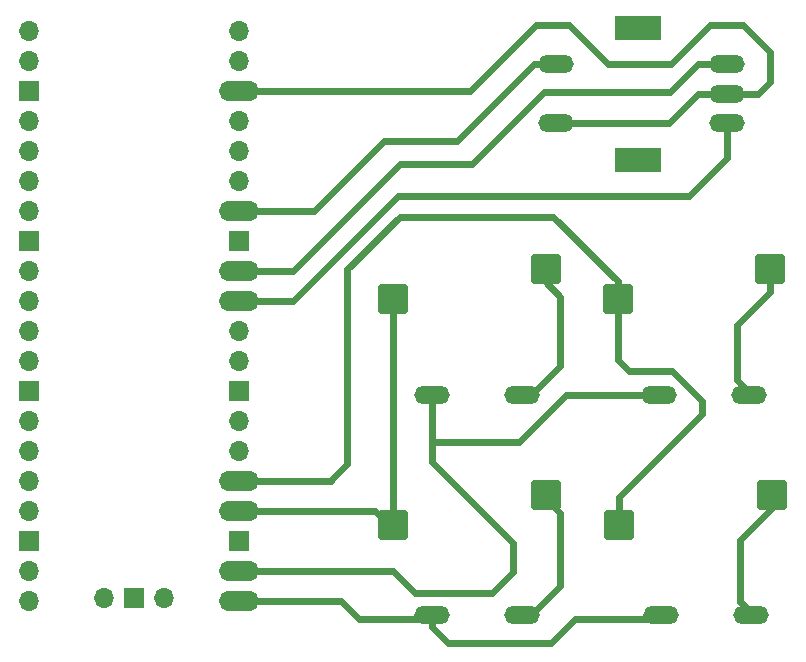
<source format=gbr>
%TF.GenerationSoftware,KiCad,Pcbnew,9.0.2*%
%TF.CreationDate,2025-11-16T09:52:10+01:00*%
%TF.ProjectId,test-stef_8_inter,74657374-2d73-4746-9566-5f385f696e74,rev?*%
%TF.SameCoordinates,Original*%
%TF.FileFunction,Copper,L2,Bot*%
%TF.FilePolarity,Positive*%
%FSLAX46Y46*%
G04 Gerber Fmt 4.6, Leading zero omitted, Abs format (unit mm)*
G04 Created by KiCad (PCBNEW 9.0.2) date 2025-11-16 09:52:10*
%MOMM*%
%LPD*%
G01*
G04 APERTURE LIST*
G04 Aperture macros list*
%AMRoundRect*
0 Rectangle with rounded corners*
0 $1 Rounding radius*
0 $2 $3 $4 $5 $6 $7 $8 $9 X,Y pos of 4 corners*
0 Add a 4 corners polygon primitive as box body*
4,1,4,$2,$3,$4,$5,$6,$7,$8,$9,$2,$3,0*
0 Add four circle primitives for the rounded corners*
1,1,$1+$1,$2,$3*
1,1,$1+$1,$4,$5*
1,1,$1+$1,$6,$7*
1,1,$1+$1,$8,$9*
0 Add four rect primitives between the rounded corners*
20,1,$1+$1,$2,$3,$4,$5,0*
20,1,$1+$1,$4,$5,$6,$7,0*
20,1,$1+$1,$6,$7,$8,$9,0*
20,1,$1+$1,$8,$9,$2,$3,0*%
G04 Aperture macros list end*
%TA.AperFunction,ComponentPad*%
%ADD10O,3.000000X1.500000*%
%TD*%
%TA.AperFunction,ComponentPad*%
%ADD11R,4.000000X2.000000*%
%TD*%
%TA.AperFunction,ComponentPad*%
%ADD12R,4.000000X2.100000*%
%TD*%
%TA.AperFunction,SMDPad,CuDef*%
%ADD13RoundRect,0.250000X-1.025000X-1.000000X1.025000X-1.000000X1.025000X1.000000X-1.025000X1.000000X0*%
%TD*%
%TA.AperFunction,ComponentPad*%
%ADD14O,1.700000X1.700000*%
%TD*%
%TA.AperFunction,ComponentPad*%
%ADD15R,1.700000X1.700000*%
%TD*%
%TA.AperFunction,ComponentPad*%
%ADD16O,3.400000X1.700000*%
%TD*%
%TA.AperFunction,Conductor*%
%ADD17C,0.600000*%
%TD*%
%TA.AperFunction,Conductor*%
%ADD18C,0.200000*%
%TD*%
G04 APERTURE END LIST*
D10*
%TO.P,SW3,A,A*%
%TO.N,Net-(U1-GPIO26_ADC0)*%
X189618000Y-80998000D03*
%TO.P,SW3,B,B*%
%TO.N,Net-(U1-GPIO27_ADC1)*%
X189618000Y-75998000D03*
%TO.P,SW3,C,C*%
%TO.N,Net-(SW3-PadC)*%
X189618000Y-78498000D03*
D11*
%TO.P,SW3,MP,MP*%
%TO.N,unconnected-(SW3-PadMP)*%
X182118000Y-84098000D03*
D12*
X182118000Y-72948000D03*
D10*
%TO.P,SW3,S1,S1*%
%TO.N,Net-(U1-GPIO28_ADC2)*%
X175118000Y-75998000D03*
%TO.P,SW3,S2,S2*%
%TO.N,Net-(SW3-PadC)*%
X175118000Y-80998000D03*
%TD*%
D13*
%TO.P,SW5,1,1*%
%TO.N,Net-(U1-GPIO19)*%
X180502000Y-115040000D03*
%TO.P,SW5,2,2*%
%TO.N,Net-(D5-A)*%
X193429000Y-112500000D03*
%TD*%
%TO.P,SW1,1,1*%
%TO.N,Net-(U1-GPIO18)*%
X161375000Y-95885000D03*
%TO.P,SW1,2,2*%
%TO.N,Net-(D1-A)*%
X174302000Y-93345000D03*
%TD*%
D14*
%TO.P,U1,1,GPIO0*%
%TO.N,unconnected-(U1-GPIO0-Pad1)*%
X130556000Y-73152000D03*
%TO.P,U1,2,GPIO1*%
%TO.N,unconnected-(U1-GPIO1-Pad2)*%
X130556000Y-75692000D03*
D15*
%TO.P,U1,3,GND*%
%TO.N,unconnected-(U1-GND-Pad3)*%
X130556000Y-78232000D03*
D14*
%TO.P,U1,4,GPIO2*%
%TO.N,unconnected-(U1-GPIO2-Pad4)*%
X130556000Y-80772000D03*
%TO.P,U1,5,GPIO3*%
%TO.N,unconnected-(U1-GPIO3-Pad5)*%
X130556000Y-83312000D03*
%TO.P,U1,6,GPIO4*%
%TO.N,unconnected-(U1-GPIO4-Pad6)*%
X130556000Y-85852000D03*
%TO.P,U1,7,GPIO5*%
%TO.N,unconnected-(U1-GPIO5-Pad7)*%
X130556000Y-88392000D03*
D15*
%TO.P,U1,8,GND*%
%TO.N,unconnected-(U1-GND-Pad8)*%
X130556000Y-90932000D03*
D14*
%TO.P,U1,9,GPIO6*%
%TO.N,unconnected-(U1-GPIO6-Pad9)*%
X130556000Y-93472000D03*
%TO.P,U1,10,GPIO7*%
%TO.N,unconnected-(U1-GPIO7-Pad10)*%
X130556000Y-96012000D03*
%TO.P,U1,11,GPIO8*%
%TO.N,unconnected-(U1-GPIO8-Pad11)*%
X130556000Y-98552000D03*
%TO.P,U1,12,GPIO9*%
%TO.N,unconnected-(U1-GPIO9-Pad12)*%
X130556000Y-101092000D03*
D15*
%TO.P,U1,13,GND*%
%TO.N,unconnected-(U1-GND-Pad13)*%
X130556000Y-103632000D03*
D14*
%TO.P,U1,14,GPIO10*%
%TO.N,unconnected-(U1-GPIO10-Pad14)*%
X130556000Y-106172000D03*
%TO.P,U1,15,GPIO11*%
%TO.N,unconnected-(U1-GPIO11-Pad15)*%
X130556000Y-108712000D03*
%TO.P,U1,16,GPIO12*%
%TO.N,unconnected-(U1-GPIO12-Pad16)*%
X130556000Y-111252000D03*
%TO.P,U1,17,GPIO13*%
%TO.N,unconnected-(U1-GPIO13-Pad17)*%
X130556000Y-113792000D03*
D15*
%TO.P,U1,18,GND*%
%TO.N,unconnected-(U1-GND-Pad18)*%
X130556000Y-116332000D03*
D14*
%TO.P,U1,19,GPIO14*%
%TO.N,unconnected-(U1-GPIO14-Pad19)*%
X130556000Y-118872000D03*
%TO.P,U1,20,GPIO15*%
%TO.N,unconnected-(U1-GPIO15-Pad20)*%
X130556000Y-121412000D03*
D16*
%TO.P,U1,21,GPIO16*%
%TO.N,Net-(D4-K)*%
X148336000Y-121412000D03*
%TO.P,U1,22,GPIO17*%
%TO.N,Net-(D1-K)*%
X148336000Y-118872000D03*
D15*
%TO.P,U1,23,GND*%
%TO.N,unconnected-(U1-GND-Pad23)*%
X148336000Y-116332000D03*
D16*
%TO.P,U1,24,GPIO18*%
%TO.N,Net-(U1-GPIO18)*%
X148336000Y-113792000D03*
%TO.P,U1,25,GPIO19*%
%TO.N,Net-(U1-GPIO19)*%
X148336000Y-111252000D03*
D14*
%TO.P,U1,26,GPIO20*%
%TO.N,unconnected-(U1-GPIO20-Pad26)*%
X148336000Y-108712000D03*
%TO.P,U1,27,GPIO21*%
%TO.N,unconnected-(U1-GPIO21-Pad27)*%
X148336000Y-106172000D03*
D15*
%TO.P,U1,28,GND*%
%TO.N,unconnected-(U1-GND-Pad28)*%
X148336000Y-103632000D03*
D14*
%TO.P,U1,29,GPIO22*%
%TO.N,unconnected-(U1-GPIO22-Pad29)*%
X148336000Y-101092000D03*
%TO.P,U1,30,RUN*%
%TO.N,unconnected-(U1-RUN-Pad30)*%
X148336000Y-98552000D03*
D16*
%TO.P,U1,31,GPIO26_ADC0*%
%TO.N,Net-(U1-GPIO26_ADC0)*%
X148336000Y-96012000D03*
%TO.P,U1,32,GPIO27_ADC1*%
%TO.N,Net-(U1-GPIO27_ADC1)*%
X148336000Y-93472000D03*
D15*
%TO.P,U1,33,AGND*%
%TO.N,unconnected-(U1-AGND-Pad33)*%
X148336000Y-90932000D03*
D16*
%TO.P,U1,34,GPIO28_ADC2*%
%TO.N,Net-(U1-GPIO28_ADC2)*%
X148336000Y-88392000D03*
D14*
%TO.P,U1,35,ADC_VREF*%
%TO.N,unconnected-(U1-ADC_VREF-Pad35)*%
X148336000Y-85852000D03*
%TO.P,U1,36,3V3*%
%TO.N,unconnected-(U1-3V3-Pad36)*%
X148336000Y-83312000D03*
%TO.P,U1,37,3V3_EN*%
%TO.N,unconnected-(U1-3V3_EN-Pad37)*%
X148336000Y-80772000D03*
D16*
%TO.P,U1,38,GND*%
%TO.N,Net-(SW3-PadC)*%
X148336000Y-78232000D03*
D14*
%TO.P,U1,39,VSYS*%
%TO.N,unconnected-(U1-VSYS-Pad39)*%
X148336000Y-75692000D03*
%TO.P,U1,40,VBUS*%
%TO.N,unconnected-(U1-VBUS-Pad40)*%
X148336000Y-73152000D03*
%TO.P,U1,41,SWCLK*%
%TO.N,unconnected-(U1-SWCLK-Pad41)*%
X136906000Y-121182000D03*
D15*
%TO.P,U1,42,GND*%
%TO.N,unconnected-(U1-GND-Pad42)*%
X139446000Y-121182000D03*
D14*
%TO.P,U1,43,SWDIO*%
%TO.N,unconnected-(U1-SWDIO-Pad43)*%
X141986000Y-121182000D03*
%TD*%
D10*
%TO.P,D5,1,K*%
%TO.N,Net-(D4-K)*%
X184031000Y-122660000D03*
%TO.P,D5,2,A*%
%TO.N,Net-(D5-A)*%
X191651000Y-122660000D03*
%TD*%
%TO.P,D1,1,K*%
%TO.N,Net-(D1-K)*%
X164650000Y-103985000D03*
%TO.P,D1,2,A*%
%TO.N,Net-(D1-A)*%
X172270000Y-103985000D03*
%TD*%
D13*
%TO.P,SW2,1,1*%
%TO.N,Net-(U1-GPIO19)*%
X180375000Y-95885000D03*
%TO.P,SW2,2,2*%
%TO.N,Net-(D2-A)*%
X193302000Y-93345000D03*
%TD*%
D10*
%TO.P,D4,1,K*%
%TO.N,Net-(D4-K)*%
X164650000Y-122660000D03*
%TO.P,D4,2,A*%
%TO.N,Net-(D4-A)*%
X172270000Y-122660000D03*
%TD*%
%TO.P,D2,1,K*%
%TO.N,Net-(D1-K)*%
X183904000Y-103985000D03*
%TO.P,D2,2,A*%
%TO.N,Net-(D2-A)*%
X191524000Y-103985000D03*
%TD*%
D13*
%TO.P,SW4,1,1*%
%TO.N,Net-(U1-GPIO18)*%
X161375000Y-115040000D03*
%TO.P,SW4,2,2*%
%TO.N,Net-(D4-A)*%
X174302000Y-112500000D03*
%TD*%
D17*
%TO.N,Net-(U1-GPIO26_ADC0)*%
X152908000Y-96012000D02*
X148336000Y-96012000D01*
X186436000Y-87122000D02*
X161798000Y-87122000D01*
X189618000Y-83940000D02*
X186436000Y-87122000D01*
X189618000Y-80998000D02*
X189618000Y-83940000D01*
X161798000Y-87122000D02*
X152908000Y-96012000D01*
%TO.N,Net-(SW3-PadC)*%
X192266000Y-78498000D02*
X189618000Y-78498000D01*
X193294000Y-77470000D02*
X192266000Y-78498000D01*
X193294000Y-74930000D02*
X193294000Y-77470000D01*
X188214000Y-72644000D02*
X191008000Y-72644000D01*
X179578000Y-75946000D02*
X184912000Y-75946000D01*
X184912000Y-75946000D02*
X188214000Y-72644000D01*
X176276000Y-72644000D02*
X179578000Y-75946000D01*
X173482000Y-72644000D02*
X176276000Y-72644000D01*
X191008000Y-72644000D02*
X193294000Y-74930000D01*
X148336000Y-78232000D02*
X167894000Y-78232000D01*
X167894000Y-78232000D02*
X173482000Y-72644000D01*
%TO.N,Net-(U1-GPIO27_ADC1)*%
X187146000Y-75998000D02*
X189618000Y-75998000D01*
X184785000Y-78359000D02*
X187146000Y-75998000D01*
X174117000Y-78359000D02*
X184785000Y-78359000D01*
X168021000Y-84455000D02*
X174117000Y-78359000D01*
X161925000Y-84455000D02*
X168021000Y-84455000D01*
X148336000Y-93472000D02*
X152908000Y-93472000D01*
X152908000Y-93472000D02*
X161925000Y-84455000D01*
%TO.N,Net-(SW3-PadC)*%
X187186000Y-78498000D02*
X189618000Y-78498000D01*
X184686000Y-80998000D02*
X187186000Y-78498000D01*
X183106000Y-80998000D02*
X184686000Y-80998000D01*
X175118000Y-80998000D02*
X183106000Y-80998000D01*
%TO.N,Net-(U1-GPIO28_ADC2)*%
X166769185Y-82481327D02*
X173252512Y-75998000D01*
X160596673Y-82481327D02*
X166769185Y-82481327D01*
X154686000Y-88392000D02*
X160596673Y-82481327D01*
X148336000Y-88392000D02*
X154686000Y-88392000D01*
X173252512Y-75998000D02*
X175118000Y-75998000D01*
%TO.N,Net-(D1-A)*%
X173015000Y-103985000D02*
X175500000Y-101500000D01*
X175500000Y-101500000D02*
X175500000Y-95658000D01*
X175500000Y-95658000D02*
X174302000Y-94460000D01*
X172270000Y-103985000D02*
X173015000Y-103985000D01*
%TO.N,Net-(U1-GPIO18)*%
X161375000Y-115316000D02*
X161375000Y-95885000D01*
X159793000Y-113792000D02*
X160555000Y-114554000D01*
X159793000Y-113792000D02*
X148336000Y-113792000D01*
X160555000Y-114554000D02*
X160555000Y-115951000D01*
%TO.N,Net-(D2-A)*%
X193302000Y-95250000D02*
X193302000Y-93345000D01*
X191524000Y-103985000D02*
X191524000Y-103774000D01*
X190500000Y-98052000D02*
X193302000Y-95250000D01*
X190500000Y-102750000D02*
X190500000Y-98052000D01*
X191524000Y-103774000D02*
X190500000Y-102750000D01*
%TO.N,Net-(D4-A)*%
X172720000Y-122936000D02*
X175500000Y-120156000D01*
X175500000Y-113974000D02*
X174302000Y-112776000D01*
X175500000Y-120156000D02*
X175500000Y-113974000D01*
X171450000Y-122936000D02*
X172720000Y-122936000D01*
%TO.N,Net-(D5-A)*%
X190750000Y-121500000D02*
X190750000Y-116250000D01*
X193429000Y-113571000D02*
X193429000Y-112500000D01*
X190750000Y-116250000D02*
X193429000Y-113571000D01*
D18*
X194500000Y-113571000D02*
X193429000Y-112500000D01*
D17*
X191651000Y-122401000D02*
X190750000Y-121500000D01*
X191651000Y-122660000D02*
X191651000Y-122401000D01*
%TO.N,Net-(D1-K)*%
X163250000Y-120750000D02*
X169750000Y-120750000D01*
X164650000Y-109650000D02*
X164650000Y-104775000D01*
X183144000Y-103985000D02*
X183129000Y-104000000D01*
X169750000Y-120750000D02*
X171500000Y-119000000D01*
X172050000Y-107950000D02*
X165100000Y-107950000D01*
X183129000Y-104000000D02*
X176000000Y-104000000D01*
X171500000Y-119000000D02*
X171500000Y-116500000D01*
X176000000Y-104000000D02*
X172050000Y-107950000D01*
X161372000Y-118872000D02*
X163250000Y-120750000D01*
D18*
X148741000Y-118467000D02*
X148336000Y-118872000D01*
D17*
X171500000Y-116500000D02*
X164650000Y-109650000D01*
D18*
X148106000Y-119102000D02*
X148336000Y-118872000D01*
D17*
X183904000Y-103985000D02*
X183144000Y-103985000D01*
X148336000Y-118872000D02*
X161372000Y-118872000D01*
%TO.N,Net-(D4-K)*%
X183134000Y-122936000D02*
X176784000Y-122936000D01*
X148336000Y-121412000D02*
X155956000Y-121412000D01*
X179451000Y-122936000D02*
X183134000Y-122936000D01*
X164650000Y-123618000D02*
X166000000Y-124968000D01*
X158496000Y-122936000D02*
X156972000Y-121412000D01*
X176784000Y-122936000D02*
X174752000Y-124968000D01*
X164650000Y-122936000D02*
X164650000Y-123618000D01*
X174752000Y-124968000D02*
X166000000Y-124968000D01*
X156972000Y-121412000D02*
X155956000Y-121412000D01*
X163830000Y-122936000D02*
X158496000Y-122936000D01*
%TO.N,Net-(U1-GPIO19)*%
X161925000Y-88900000D02*
X174900000Y-88900000D01*
X174900000Y-88900000D02*
X180375000Y-94375000D01*
X180502000Y-112614000D02*
X180502000Y-115316000D01*
X148336000Y-111252000D02*
X156083000Y-111252000D01*
X156273500Y-111061500D02*
X157480000Y-109855000D01*
X180375000Y-94375000D02*
X180375000Y-101000000D01*
X181375000Y-102000000D02*
X185000000Y-102000000D01*
X157480000Y-93345000D02*
X161925000Y-88900000D01*
X187500000Y-104500000D02*
X187500000Y-105616000D01*
D18*
X156083000Y-111252000D02*
X156273500Y-111061500D01*
D17*
X157480000Y-109855000D02*
X157480000Y-93345000D01*
X187500000Y-105616000D02*
X180502000Y-112614000D01*
X180375000Y-101000000D02*
X181375000Y-102000000D01*
X185000000Y-102000000D02*
X187500000Y-104500000D01*
D18*
%TO.N,Net-(SW3-PadC)*%
X183106000Y-80998000D02*
X183134000Y-81026000D01*
%TD*%
M02*

</source>
